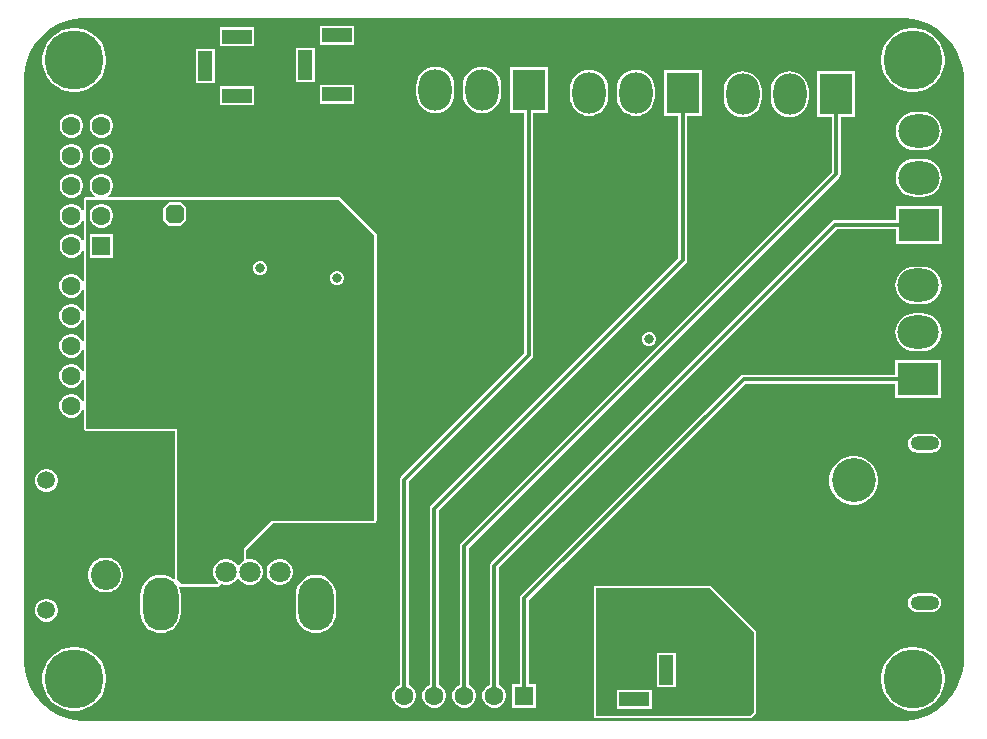
<source format=gbr>
%TF.GenerationSoftware,Altium Limited,Altium Designer,22.5.1 (42)*%
G04 Layer_Physical_Order=2*
G04 Layer_Color=36540*
%FSLAX44Y44*%
%MOMM*%
%TF.SameCoordinates,7B58D917-D16F-4CFB-9619-50DAC3371BF8*%
%TF.FilePolarity,Positive*%
%TF.FileFunction,Copper,L2,Inr,Signal*%
%TF.Part,Single*%
G01*
G75*
%TA.AperFunction,ComponentPad*%
%ADD33C,3.7160*%
%ADD34R,3.7160X3.7160*%
%ADD35O,2.4000X1.2000*%
%ADD36R,2.5000X1.2000*%
%ADD37R,1.2000X2.5000*%
%ADD38C,1.6000*%
%ADD39R,1.6000X1.6000*%
%ADD40C,1.5080*%
%ADD41C,2.5500*%
%ADD43C,5.0000*%
G04:AMPARAMS|DCode=44|XSize=1.6mm|YSize=1.6mm|CornerRadius=0mm|HoleSize=0mm|Usage=FLASHONLY|Rotation=90.000|XOffset=0mm|YOffset=0mm|HoleType=Round|Shape=Octagon|*
%AMOCTAGOND44*
4,1,8,0.4000,0.8000,-0.4000,0.8000,-0.8000,0.4000,-0.8000,-0.4000,-0.4000,-0.8000,0.4000,-0.8000,0.8000,-0.4000,0.8000,0.4000,0.4000,0.8000,0.0*
%
%ADD44OCTAGOND44*%

%ADD45O,2.8000X3.5000*%
%ADD46R,2.8000X3.5000*%
%ADD47O,3.5000X2.8000*%
%ADD48R,3.5000X2.8000*%
%ADD49C,1.8000*%
%ADD50R,1.8000X1.8000*%
%ADD51O,3.0000X4.5000*%
%ADD52R,1.6000X1.6000*%
%TA.AperFunction,ViaPad*%
%ADD53C,0.6000*%
%ADD54C,0.8000*%
%TA.AperFunction,Conductor*%
%ADD55C,0.3500*%
G36*
X355354Y297055D02*
X362060Y295258D01*
X368474Y292601D01*
X374487Y289130D01*
X379994Y284904D01*
X384904Y279994D01*
X389130Y274487D01*
X392601Y268474D01*
X395258Y262060D01*
X397055Y255354D01*
X397961Y248471D01*
Y245000D01*
X397961Y-245000D01*
X397961Y-248471D01*
X397055Y-255354D01*
X395258Y-262060D01*
X392601Y-268474D01*
X389130Y-274487D01*
X384904Y-279994D01*
X379994Y-284904D01*
X374487Y-289130D01*
X368474Y-292601D01*
X362060Y-295258D01*
X355354Y-297055D01*
X348471Y-297961D01*
X-348471D01*
X-355354Y-297055D01*
X-362060Y-295258D01*
X-368474Y-292601D01*
X-374487Y-289130D01*
X-379994Y-284904D01*
X-384904Y-279994D01*
X-389130Y-274487D01*
X-392601Y-268474D01*
X-395258Y-262060D01*
X-397055Y-255354D01*
X-397961Y-248471D01*
X-397961Y-245000D01*
Y245000D01*
X-397961Y248471D01*
X-397055Y255354D01*
X-395258Y262060D01*
X-392601Y268474D01*
X-389130Y274487D01*
X-384904Y279994D01*
X-379994Y284904D01*
X-374487Y289130D01*
X-368474Y292601D01*
X-362060Y295258D01*
X-355354Y297055D01*
X-348471Y297961D01*
X348471D01*
X355354Y297055D01*
D02*
G37*
%LPC*%
G36*
X-118000Y291000D02*
X-147000D01*
Y275000D01*
X-118000D01*
Y291000D01*
D02*
G37*
G36*
X-202500Y289750D02*
X-231500D01*
Y273750D01*
X-202500D01*
Y289750D01*
D02*
G37*
G36*
X-151500Y272500D02*
X-167500D01*
Y243500D01*
X-151500D01*
Y272500D01*
D02*
G37*
G36*
X-236000Y271250D02*
X-252000D01*
Y242250D01*
X-236000D01*
Y271250D01*
D02*
G37*
G36*
X357125Y289000D02*
X352875D01*
X348677Y288335D01*
X344636Y287022D01*
X340849Y285093D01*
X337411Y282595D01*
X334406Y279589D01*
X331908Y276151D01*
X329978Y272364D01*
X328665Y268323D01*
X328000Y264125D01*
Y259875D01*
X328665Y255678D01*
X329978Y251636D01*
X331908Y247849D01*
X334406Y244411D01*
X337411Y241406D01*
X340849Y238908D01*
X344636Y236978D01*
X348677Y235665D01*
X352875Y235000D01*
X357125D01*
X361323Y235665D01*
X365364Y236978D01*
X369151Y238908D01*
X372589Y241406D01*
X375594Y244411D01*
X378092Y247849D01*
X380022Y251636D01*
X381335Y255678D01*
X382000Y259875D01*
Y264125D01*
X381335Y268323D01*
X380022Y272364D01*
X378092Y276151D01*
X375594Y279589D01*
X372589Y282595D01*
X369151Y285093D01*
X365364Y287022D01*
X361323Y288335D01*
X357125Y289000D01*
D02*
G37*
G36*
X-352875D02*
X-357125D01*
X-361323Y288335D01*
X-365364Y287022D01*
X-369151Y285093D01*
X-372589Y282595D01*
X-375594Y279589D01*
X-378092Y276151D01*
X-380022Y272364D01*
X-381335Y268323D01*
X-382000Y264125D01*
Y259875D01*
X-381335Y255678D01*
X-380022Y251636D01*
X-378092Y247849D01*
X-375594Y244411D01*
X-372589Y241406D01*
X-369151Y238908D01*
X-365364Y236978D01*
X-361323Y235665D01*
X-357125Y235000D01*
X-352875D01*
X-348677Y235665D01*
X-344636Y236978D01*
X-340849Y238908D01*
X-337411Y241406D01*
X-334406Y244411D01*
X-331908Y247849D01*
X-329978Y251636D01*
X-328665Y255678D01*
X-328000Y259875D01*
Y264125D01*
X-328665Y268323D01*
X-329978Y272364D01*
X-331908Y276151D01*
X-334406Y279589D01*
X-337411Y282595D01*
X-340849Y285093D01*
X-344636Y287022D01*
X-348677Y288335D01*
X-352875Y289000D01*
D02*
G37*
G36*
X-118000Y241000D02*
X-147000D01*
Y225000D01*
X-118000D01*
Y241000D01*
D02*
G37*
G36*
X-202500Y239750D02*
X-231500D01*
Y223750D01*
X-202500D01*
Y239750D01*
D02*
G37*
G36*
X-9750Y256327D02*
X-12887Y256019D01*
X-15903Y255104D01*
X-18682Y253618D01*
X-21118Y251618D01*
X-23118Y249182D01*
X-24604Y246403D01*
X-25519Y243386D01*
X-25827Y240250D01*
Y233250D01*
X-25519Y230114D01*
X-24604Y227097D01*
X-23118Y224318D01*
X-21118Y221882D01*
X-18682Y219882D01*
X-15903Y218396D01*
X-12887Y217481D01*
X-9750Y217173D01*
X-6613Y217481D01*
X-3597Y218396D01*
X-818Y219882D01*
X1619Y221882D01*
X3618Y224318D01*
X5104Y227097D01*
X6018Y230114D01*
X6327Y233250D01*
Y240250D01*
X6018Y243386D01*
X5104Y246403D01*
X3618Y249182D01*
X1619Y251618D01*
X-818Y253618D01*
X-3597Y255104D01*
X-6613Y256019D01*
X-9750Y256327D01*
D02*
G37*
G36*
X-49350D02*
X-52487Y256019D01*
X-55503Y255104D01*
X-58282Y253618D01*
X-60718Y251618D01*
X-62718Y249182D01*
X-64204Y246403D01*
X-65118Y243386D01*
X-65427Y240250D01*
Y233250D01*
X-65118Y230114D01*
X-64204Y227097D01*
X-62718Y224318D01*
X-60718Y221882D01*
X-58282Y219882D01*
X-55503Y218396D01*
X-52487Y217481D01*
X-49350Y217173D01*
X-46213Y217481D01*
X-43197Y218396D01*
X-40418Y219882D01*
X-37982Y221882D01*
X-35982Y224318D01*
X-34496Y227097D01*
X-33582Y230114D01*
X-33273Y233250D01*
Y240250D01*
X-33582Y243386D01*
X-34496Y246403D01*
X-35982Y249182D01*
X-37982Y251618D01*
X-40418Y253618D01*
X-43197Y255104D01*
X-46213Y256019D01*
X-49350Y256327D01*
D02*
G37*
G36*
X120500Y253827D02*
X117363Y253519D01*
X114347Y252604D01*
X111568Y251118D01*
X109131Y249118D01*
X107132Y246682D01*
X105646Y243903D01*
X104732Y240886D01*
X104423Y237750D01*
Y230750D01*
X104732Y227614D01*
X105646Y224597D01*
X107132Y221818D01*
X109131Y219382D01*
X111568Y217382D01*
X114347Y215896D01*
X117363Y214981D01*
X120500Y214673D01*
X123637Y214981D01*
X126653Y215896D01*
X129432Y217382D01*
X131868Y219382D01*
X133868Y221818D01*
X135354Y224597D01*
X136269Y227614D01*
X136577Y230750D01*
Y237750D01*
X136269Y240886D01*
X135354Y243903D01*
X133868Y246682D01*
X131868Y249118D01*
X129432Y251118D01*
X126653Y252604D01*
X123637Y253519D01*
X120500Y253827D01*
D02*
G37*
G36*
X80900D02*
X77763Y253519D01*
X74747Y252604D01*
X71968Y251118D01*
X69531Y249118D01*
X67532Y246682D01*
X66046Y243903D01*
X65132Y240886D01*
X64823Y237750D01*
Y230750D01*
X65132Y227614D01*
X66046Y224597D01*
X67532Y221818D01*
X69531Y219382D01*
X71968Y217382D01*
X74747Y215896D01*
X77763Y214981D01*
X80900Y214673D01*
X84037Y214981D01*
X87052Y215896D01*
X89832Y217382D01*
X92268Y219382D01*
X94268Y221818D01*
X95754Y224597D01*
X96669Y227614D01*
X96977Y230750D01*
Y237750D01*
X96669Y240886D01*
X95754Y243903D01*
X94268Y246682D01*
X92268Y249118D01*
X89832Y251118D01*
X87052Y252604D01*
X84037Y253519D01*
X80900Y253827D01*
D02*
G37*
G36*
X250600Y252577D02*
X247463Y252269D01*
X244447Y251354D01*
X241668Y249868D01*
X239232Y247868D01*
X237232Y245432D01*
X235746Y242652D01*
X234832Y239636D01*
X234523Y236500D01*
Y229500D01*
X234832Y226364D01*
X235746Y223347D01*
X237232Y220568D01*
X239232Y218132D01*
X241668Y216132D01*
X244447Y214646D01*
X247463Y213731D01*
X250600Y213423D01*
X253737Y213731D01*
X256753Y214646D01*
X259532Y216132D01*
X261968Y218132D01*
X263968Y220568D01*
X265454Y223347D01*
X266369Y226364D01*
X266677Y229500D01*
Y236500D01*
X266369Y239636D01*
X265454Y242652D01*
X263968Y245432D01*
X261968Y247868D01*
X259532Y249868D01*
X256753Y251354D01*
X253737Y252269D01*
X250600Y252577D01*
D02*
G37*
G36*
X211000D02*
X207864Y252269D01*
X204847Y251354D01*
X202068Y249868D01*
X199632Y247868D01*
X197632Y245432D01*
X196146Y242652D01*
X195231Y239636D01*
X194923Y236500D01*
Y229500D01*
X195231Y226364D01*
X196146Y223347D01*
X197632Y220568D01*
X199632Y218132D01*
X202068Y216132D01*
X204847Y214646D01*
X207864Y213731D01*
X211000Y213423D01*
X214137Y213731D01*
X217153Y214646D01*
X219932Y216132D01*
X222369Y218132D01*
X224368Y220568D01*
X225854Y223347D01*
X226768Y226364D01*
X227077Y229500D01*
Y236500D01*
X226768Y239636D01*
X225854Y242652D01*
X224368Y245432D01*
X222369Y247868D01*
X219932Y249868D01*
X217153Y251354D01*
X214137Y252269D01*
X211000Y252577D01*
D02*
G37*
G36*
X-330684Y216400D02*
X-333316D01*
X-335860Y215718D01*
X-338140Y214402D01*
X-340002Y212540D01*
X-341319Y210260D01*
X-342000Y207717D01*
Y205084D01*
X-341319Y202540D01*
X-340002Y200260D01*
X-338140Y198398D01*
X-335860Y197082D01*
X-333316Y196400D01*
X-330684D01*
X-328140Y197082D01*
X-325860Y198398D01*
X-323998Y200260D01*
X-322682Y202540D01*
X-322000Y205084D01*
Y207717D01*
X-322682Y210260D01*
X-323998Y212540D01*
X-325860Y214402D01*
X-328140Y215718D01*
X-330684Y216400D01*
D02*
G37*
G36*
X-356083D02*
X-358717D01*
X-361260Y215718D01*
X-363540Y214402D01*
X-365402Y212540D01*
X-366718Y210260D01*
X-367400Y207717D01*
Y205084D01*
X-366718Y202540D01*
X-365402Y200260D01*
X-363540Y198398D01*
X-361260Y197082D01*
X-358717Y196400D01*
X-356083D01*
X-353540Y197082D01*
X-351260Y198398D01*
X-349398Y200260D01*
X-348082Y202540D01*
X-347400Y205084D01*
Y207717D01*
X-348082Y210260D01*
X-349398Y212540D01*
X-351260Y214402D01*
X-353540Y215718D01*
X-356083Y216400D01*
D02*
G37*
G36*
X363500Y217927D02*
X356500D01*
X353363Y217619D01*
X350347Y216704D01*
X347568Y215218D01*
X345131Y213218D01*
X343132Y210782D01*
X341646Y208003D01*
X340732Y204987D01*
X340423Y201850D01*
X340732Y198713D01*
X341646Y195697D01*
X343132Y192918D01*
X345131Y190482D01*
X347568Y188482D01*
X350347Y186996D01*
X353363Y186082D01*
X356500Y185773D01*
X363500D01*
X366637Y186082D01*
X369652Y186996D01*
X372432Y188482D01*
X374868Y190482D01*
X376868Y192918D01*
X378354Y195697D01*
X379268Y198713D01*
X379577Y201850D01*
X379268Y204987D01*
X378354Y208003D01*
X376868Y210782D01*
X374868Y213218D01*
X372432Y215218D01*
X369652Y216704D01*
X366637Y217619D01*
X363500Y217927D01*
D02*
G37*
G36*
X-330684Y191000D02*
X-333316D01*
X-335860Y190319D01*
X-338140Y189002D01*
X-340002Y187140D01*
X-341319Y184860D01*
X-342000Y182316D01*
Y179683D01*
X-341319Y177140D01*
X-340002Y174860D01*
X-338140Y172998D01*
X-335860Y171681D01*
X-333316Y171000D01*
X-330684D01*
X-328140Y171681D01*
X-325860Y172998D01*
X-323998Y174860D01*
X-322682Y177140D01*
X-322000Y179683D01*
Y182316D01*
X-322682Y184860D01*
X-323998Y187140D01*
X-325860Y189002D01*
X-328140Y190319D01*
X-330684Y191000D01*
D02*
G37*
G36*
X-356083D02*
X-358717D01*
X-361260Y190319D01*
X-363540Y189002D01*
X-365402Y187140D01*
X-366718Y184860D01*
X-367400Y182316D01*
Y179683D01*
X-366718Y177140D01*
X-365402Y174860D01*
X-363540Y172998D01*
X-361260Y171681D01*
X-358717Y171000D01*
X-356083D01*
X-353540Y171681D01*
X-351260Y172998D01*
X-349398Y174860D01*
X-348082Y177140D01*
X-347400Y179683D01*
Y182316D01*
X-348082Y184860D01*
X-349398Y187140D01*
X-351260Y189002D01*
X-353540Y190319D01*
X-356083Y191000D01*
D02*
G37*
G36*
X363500Y178327D02*
X356500D01*
X353363Y178018D01*
X350347Y177104D01*
X347568Y175618D01*
X345131Y173618D01*
X343132Y171182D01*
X341646Y168403D01*
X340732Y165387D01*
X340423Y162250D01*
X340732Y159113D01*
X341646Y156097D01*
X343132Y153318D01*
X345131Y150882D01*
X347568Y148882D01*
X350347Y147396D01*
X353363Y146482D01*
X356500Y146173D01*
X363500D01*
X366637Y146482D01*
X369652Y147396D01*
X372432Y148882D01*
X374868Y150882D01*
X376868Y153318D01*
X378354Y156097D01*
X379268Y159113D01*
X379577Y162250D01*
X379268Y165387D01*
X378354Y168403D01*
X376868Y171182D01*
X374868Y173618D01*
X372432Y175618D01*
X369652Y177104D01*
X366637Y178018D01*
X363500Y178327D01*
D02*
G37*
G36*
X-356083Y165600D02*
X-358717D01*
X-361260Y164918D01*
X-363540Y163602D01*
X-365402Y161740D01*
X-366718Y159460D01*
X-367400Y156917D01*
Y154284D01*
X-366718Y151740D01*
X-365402Y149460D01*
X-363540Y147598D01*
X-361260Y146281D01*
X-358717Y145600D01*
X-356083D01*
X-353540Y146281D01*
X-351260Y147598D01*
X-349398Y149460D01*
X-348082Y151740D01*
X-347400Y154284D01*
Y156917D01*
X-348082Y159460D01*
X-349398Y161740D01*
X-351260Y163602D01*
X-353540Y164918D01*
X-356083Y165600D01*
D02*
G37*
G36*
X-330684D02*
X-333316D01*
X-335860Y164918D01*
X-338140Y163602D01*
X-340002Y161740D01*
X-341319Y159460D01*
X-342000Y156917D01*
Y154284D01*
X-341319Y151740D01*
X-340002Y149460D01*
X-338140Y147598D01*
X-337207Y147059D01*
X-337547Y145789D01*
X-344898D01*
X-345231Y145723D01*
X-345371Y145722D01*
X-345491Y145671D01*
X-345678Y145634D01*
X-345678Y145634D01*
X-345678Y145634D01*
X-345739Y145609D01*
X-345912Y145493D01*
X-345957Y145474D01*
X-346099Y145415D01*
X-346101Y145413D01*
X-346104Y145412D01*
X-346111Y145407D01*
X-346247Y145269D01*
X-346400Y145167D01*
X-346507Y145007D01*
X-346661Y144853D01*
X-346665Y144846D01*
X-346670Y144840D01*
X-346749Y144645D01*
X-346842Y144505D01*
X-346875Y144344D01*
X-346884Y144330D01*
X-346889Y144303D01*
X-346966Y144118D01*
X-347000Y143947D01*
Y143746D01*
X-347039Y143549D01*
Y134795D01*
X-348309Y134454D01*
X-349398Y136340D01*
X-351260Y138202D01*
X-353540Y139518D01*
X-356083Y140200D01*
X-358717D01*
X-361260Y139518D01*
X-363540Y138202D01*
X-365402Y136340D01*
X-366718Y134060D01*
X-367400Y131517D01*
Y128883D01*
X-366718Y126340D01*
X-365402Y124060D01*
X-363540Y122198D01*
X-361260Y120882D01*
X-358717Y120200D01*
X-356083D01*
X-353540Y120882D01*
X-351260Y122198D01*
X-349398Y124060D01*
X-348309Y125946D01*
X-347039Y125605D01*
Y109395D01*
X-348309Y109054D01*
X-349398Y110940D01*
X-351260Y112802D01*
X-353540Y114118D01*
X-356083Y114800D01*
X-358717D01*
X-361260Y114118D01*
X-363540Y112802D01*
X-365402Y110940D01*
X-366718Y108660D01*
X-367400Y106117D01*
Y103483D01*
X-366718Y100940D01*
X-365402Y98660D01*
X-363540Y96798D01*
X-361260Y95482D01*
X-358717Y94800D01*
X-356083D01*
X-353540Y95482D01*
X-351260Y96798D01*
X-349398Y98660D01*
X-348309Y100546D01*
X-347039Y100205D01*
Y74557D01*
X-348309Y74390D01*
X-348382Y74660D01*
X-349698Y76940D01*
X-351560Y78802D01*
X-353840Y80119D01*
X-356384Y80800D01*
X-359016D01*
X-361560Y80119D01*
X-363840Y78802D01*
X-365702Y76940D01*
X-367019Y74660D01*
X-367700Y72117D01*
Y69483D01*
X-367019Y66940D01*
X-365702Y64660D01*
X-363840Y62798D01*
X-361560Y61481D01*
X-359016Y60800D01*
X-356384D01*
X-353840Y61481D01*
X-351560Y62798D01*
X-349698Y64660D01*
X-348382Y66940D01*
X-348309Y67210D01*
X-347039Y67043D01*
Y49157D01*
X-348309Y48990D01*
X-348382Y49260D01*
X-349698Y51540D01*
X-351560Y53402D01*
X-353840Y54718D01*
X-356384Y55400D01*
X-359016D01*
X-361560Y54718D01*
X-363840Y53402D01*
X-365702Y51540D01*
X-367019Y49260D01*
X-367700Y46717D01*
Y44083D01*
X-367019Y41540D01*
X-365702Y39260D01*
X-363840Y37398D01*
X-361560Y36082D01*
X-359016Y35400D01*
X-356384D01*
X-353840Y36082D01*
X-351560Y37398D01*
X-349698Y39260D01*
X-348382Y41540D01*
X-348309Y41810D01*
X-347039Y41643D01*
Y23757D01*
X-348309Y23590D01*
X-348382Y23860D01*
X-349698Y26140D01*
X-351560Y28002D01*
X-353840Y29318D01*
X-356384Y30000D01*
X-359016D01*
X-361560Y29318D01*
X-363840Y28002D01*
X-365702Y26140D01*
X-367019Y23860D01*
X-367700Y21317D01*
Y18684D01*
X-367019Y16140D01*
X-365702Y13860D01*
X-363840Y11998D01*
X-361560Y10682D01*
X-359016Y10000D01*
X-356384D01*
X-353840Y10682D01*
X-351560Y11998D01*
X-349698Y13860D01*
X-348382Y16140D01*
X-348309Y16410D01*
X-347039Y16243D01*
Y-1643D01*
X-348309Y-1810D01*
X-348382Y-1540D01*
X-349698Y740D01*
X-351560Y2602D01*
X-353840Y3918D01*
X-356384Y4600D01*
X-359016D01*
X-361560Y3918D01*
X-363840Y2602D01*
X-365702Y740D01*
X-367019Y-1540D01*
X-367700Y-4083D01*
Y-6716D01*
X-367019Y-9260D01*
X-365702Y-11540D01*
X-363840Y-13402D01*
X-361560Y-14719D01*
X-359016Y-15400D01*
X-356384D01*
X-353840Y-14719D01*
X-351560Y-13402D01*
X-349698Y-11540D01*
X-348382Y-9260D01*
X-348309Y-8990D01*
X-347039Y-9157D01*
Y-27043D01*
X-348309Y-27210D01*
X-348382Y-26940D01*
X-349698Y-24660D01*
X-351560Y-22798D01*
X-353840Y-21481D01*
X-356384Y-20800D01*
X-359016D01*
X-361560Y-21481D01*
X-363840Y-22798D01*
X-365702Y-24660D01*
X-367019Y-26940D01*
X-367700Y-29483D01*
Y-32116D01*
X-367019Y-34660D01*
X-365702Y-36940D01*
X-363840Y-38802D01*
X-361560Y-40118D01*
X-359016Y-40800D01*
X-356384D01*
X-353840Y-40118D01*
X-351560Y-38802D01*
X-349698Y-36940D01*
X-348382Y-34660D01*
X-348309Y-34390D01*
X-347039Y-34557D01*
X-347039Y-49799D01*
X-347000Y-49996D01*
X-347000Y-50196D01*
X-346923Y-50382D01*
X-346884Y-50580D01*
X-346867Y-50605D01*
X-346867Y-50605D01*
X-346821Y-50717D01*
X-346726Y-50859D01*
X-346696Y-50932D01*
X-346679Y-50957D01*
X-346623Y-51012D01*
X-346379Y-51379D01*
X-346013Y-51623D01*
X-345957Y-51679D01*
X-345932Y-51695D01*
X-345902Y-51708D01*
X-345879Y-51730D01*
X-345819Y-51753D01*
X-345717Y-51821D01*
X-345605Y-51867D01*
X-345605Y-51867D01*
X-345579Y-51884D01*
X-345383Y-51923D01*
X-345197Y-52000D01*
X-345165D01*
X-345135Y-52011D01*
X-345134Y-52011D01*
X-344965Y-52006D01*
X-344799Y-52039D01*
X-270039D01*
Y-82000D01*
Y-177099D01*
X-271309Y-177700D01*
X-272410Y-176797D01*
X-275363Y-175218D01*
X-278567Y-174246D01*
X-281900Y-173918D01*
X-285233Y-174246D01*
X-288437Y-175218D01*
X-291390Y-176797D01*
X-293979Y-178921D01*
X-296103Y-181510D01*
X-297682Y-184463D01*
X-298654Y-187667D01*
X-298982Y-191000D01*
Y-206000D01*
X-298654Y-209333D01*
X-297682Y-212537D01*
X-296103Y-215490D01*
X-293979Y-218079D01*
X-291390Y-220203D01*
X-288437Y-221782D01*
X-285233Y-222754D01*
X-281900Y-223082D01*
X-278567Y-222754D01*
X-275363Y-221782D01*
X-272410Y-220203D01*
X-269821Y-218079D01*
X-267697Y-215490D01*
X-266118Y-212537D01*
X-265146Y-209333D01*
X-264818Y-206000D01*
Y-191000D01*
X-265146Y-187667D01*
X-266104Y-184511D01*
X-266032Y-184388D01*
X-265408Y-183843D01*
X-265096Y-183682D01*
X-264997Y-183722D01*
X-264830Y-183834D01*
X-264633Y-183873D01*
X-264448Y-183950D01*
X-264197Y-184000D01*
X-263996D01*
X-263799Y-184039D01*
X-233757D01*
X-233622Y-184012D01*
X-233615Y-184014D01*
X-233587Y-184008D01*
X-233547Y-184013D01*
X-233488Y-184010D01*
X-233377Y-183980D01*
X-233235Y-183971D01*
X-233152Y-183949D01*
X-233056Y-183902D01*
X-232835Y-183858D01*
X-232781Y-183822D01*
X-232719Y-183806D01*
X-232539Y-183669D01*
X-232440Y-183628D01*
X-232369Y-183581D01*
X-232269Y-183480D01*
X-232173Y-183416D01*
X-232132Y-183375D01*
X-232109Y-183341D01*
X-232086Y-183323D01*
X-232083Y-183318D01*
X-231973Y-183234D01*
X-231662Y-182881D01*
X-231578Y-182737D01*
X-231463Y-182616D01*
X-231407Y-182525D01*
X-231389Y-182493D01*
X-231381Y-182484D01*
X-230878Y-182036D01*
X-230295Y-181796D01*
X-230027Y-181800D01*
X-229844Y-181812D01*
X-227648Y-182400D01*
X-224752D01*
X-221954Y-181650D01*
X-219446Y-180202D01*
X-217398Y-178154D01*
X-216835Y-177179D01*
X-215565D01*
X-215002Y-178154D01*
X-212954Y-180202D01*
X-210446Y-181650D01*
X-207648Y-182400D01*
X-204752D01*
X-201954Y-181650D01*
X-199446Y-180202D01*
X-197398Y-178154D01*
X-195950Y-175646D01*
X-195200Y-172848D01*
Y-169952D01*
X-195950Y-167154D01*
X-197398Y-164646D01*
X-199446Y-162598D01*
X-201954Y-161150D01*
X-204752Y-160400D01*
X-207648D01*
X-208453Y-160616D01*
X-209461Y-159843D01*
Y-152595D01*
X-209461Y-152595D01*
X-194424Y-137558D01*
X-186905Y-130039D01*
X-186905Y-130039D01*
X-101201D01*
X-101168Y-130033D01*
X-101168Y-130033D01*
X-101004Y-130000D01*
X-100803Y-130000D01*
X-100770Y-129993D01*
X-100740Y-129981D01*
X-100636Y-129960D01*
X-100636Y-129960D01*
X-100635D01*
X-100480Y-129896D01*
X-100420Y-129884D01*
X-100420Y-129884D01*
X-100387Y-129877D01*
X-100357Y-129865D01*
X-100278Y-129812D01*
X-99901Y-129656D01*
X-99901Y-129656D01*
X-99900Y-129656D01*
X-99645Y-129400D01*
X-99338Y-129093D01*
X-99338Y-129093D01*
X-99338Y-129093D01*
X-99213Y-128793D01*
X-99133Y-128598D01*
X-99116Y-128573D01*
X-99110Y-128544D01*
X-99033Y-128358D01*
Y-128358D01*
X-99033Y-128358D01*
X-99000Y-128190D01*
X-99000Y-127990D01*
X-98961Y-127793D01*
Y-73000D01*
X-98961Y113598D01*
X-98961Y113599D01*
Y113799D01*
X-99000Y113996D01*
X-99000Y114198D01*
X-99077Y114383D01*
X-99116Y114580D01*
X-99123Y114589D01*
X-99256Y114911D01*
X-99256Y114911D01*
X-99258Y114922D01*
X-99369Y115088D01*
X-99445Y115273D01*
X-99445Y115273D01*
X-99446Y115274D01*
X-99447Y115275D01*
X-99588Y115417D01*
X-99700Y115584D01*
X-118374Y134258D01*
X-129308Y145192D01*
X-129970Y145634D01*
X-130750Y145789D01*
X-326453D01*
X-326793Y147059D01*
X-325860Y147598D01*
X-323998Y149460D01*
X-322682Y151740D01*
X-322000Y154284D01*
Y156917D01*
X-322682Y159460D01*
X-323998Y161740D01*
X-325860Y163602D01*
X-328140Y164918D01*
X-330684Y165600D01*
D02*
G37*
G36*
X379500Y138650D02*
X340500D01*
Y126474D01*
X289400D01*
X287937Y126182D01*
X286696Y125354D01*
X-2154Y-163496D01*
X-2982Y-164737D01*
X-3273Y-166200D01*
Y-266922D01*
X-3310Y-266931D01*
X-5590Y-268248D01*
X-7452Y-270110D01*
X-8769Y-272390D01*
X-9450Y-274933D01*
Y-277567D01*
X-8769Y-280110D01*
X-7452Y-282390D01*
X-5590Y-284252D01*
X-3310Y-285569D01*
X-767Y-286250D01*
X1866D01*
X4410Y-285569D01*
X6690Y-284252D01*
X8552Y-282390D01*
X9869Y-280110D01*
X10550Y-277567D01*
Y-274933D01*
X9869Y-272390D01*
X8552Y-270110D01*
X6690Y-268248D01*
X4410Y-266931D01*
X4373Y-266922D01*
Y-167784D01*
X290984Y118827D01*
X340500D01*
Y106650D01*
X379500D01*
Y138650D01*
D02*
G37*
G36*
X363250Y87177D02*
X356250D01*
X353114Y86868D01*
X350097Y85954D01*
X347318Y84468D01*
X344882Y82469D01*
X342882Y80032D01*
X341396Y77253D01*
X340481Y74237D01*
X340173Y71100D01*
X340481Y67964D01*
X341396Y64947D01*
X342882Y62168D01*
X344882Y59732D01*
X347318Y57732D01*
X350097Y56246D01*
X353114Y55332D01*
X356250Y55023D01*
X363250D01*
X366386Y55332D01*
X369403Y56246D01*
X372182Y57732D01*
X374618Y59732D01*
X376618Y62168D01*
X378104Y64947D01*
X379019Y67964D01*
X379327Y71100D01*
X379019Y74237D01*
X378104Y77253D01*
X376618Y80032D01*
X374618Y82469D01*
X372182Y84468D01*
X369403Y85954D01*
X366386Y86868D01*
X363250Y87177D01*
D02*
G37*
G36*
X132943Y31750D02*
X130556D01*
X128351Y30837D01*
X126663Y29149D01*
X125750Y26944D01*
Y24557D01*
X126663Y22351D01*
X128351Y20663D01*
X130556Y19750D01*
X132943D01*
X135149Y20663D01*
X136837Y22351D01*
X137750Y24557D01*
Y26944D01*
X136837Y29149D01*
X135149Y30837D01*
X132943Y31750D01*
D02*
G37*
G36*
X363250Y47577D02*
X356250D01*
X353114Y47269D01*
X350097Y46354D01*
X347318Y44868D01*
X344882Y42868D01*
X342882Y40432D01*
X341396Y37653D01*
X340481Y34636D01*
X340173Y31500D01*
X340481Y28363D01*
X341396Y25347D01*
X342882Y22568D01*
X344882Y20131D01*
X347318Y18132D01*
X350097Y16646D01*
X353114Y15732D01*
X356250Y15423D01*
X363250D01*
X366386Y15732D01*
X369403Y16646D01*
X372182Y18132D01*
X374618Y20131D01*
X376618Y22568D01*
X378104Y25347D01*
X379019Y28363D01*
X379327Y31500D01*
X379019Y34636D01*
X378104Y37653D01*
X376618Y40432D01*
X374618Y42868D01*
X372182Y44868D01*
X369403Y46354D01*
X366386Y47269D01*
X363250Y47577D01*
D02*
G37*
G36*
X379250Y7900D02*
X340250D01*
Y-4277D01*
X211650D01*
X210187Y-4568D01*
X208946Y-5396D01*
X23246Y-191096D01*
X22418Y-192337D01*
X22127Y-193800D01*
Y-266250D01*
X15950D01*
Y-286250D01*
X35950D01*
Y-266250D01*
X29773D01*
Y-195384D01*
X213234Y-11923D01*
X340250D01*
Y-24100D01*
X379250D01*
Y7900D01*
D02*
G37*
G36*
X371000Y-54431D02*
X359000D01*
X356912Y-54706D01*
X354966Y-55512D01*
X353294Y-56794D01*
X352012Y-58465D01*
X351206Y-60412D01*
X350931Y-62500D01*
X351206Y-64588D01*
X352012Y-66535D01*
X353294Y-68206D01*
X354966Y-69488D01*
X356912Y-70294D01*
X359000Y-70569D01*
X371000D01*
X373088Y-70294D01*
X375034Y-69488D01*
X376706Y-68206D01*
X377988Y-66535D01*
X378794Y-64588D01*
X379069Y-62500D01*
X378794Y-60412D01*
X377988Y-58465D01*
X376706Y-56794D01*
X375034Y-55512D01*
X373088Y-54706D01*
X371000Y-54431D01*
D02*
G37*
G36*
X-377244Y-84460D02*
X-379756D01*
X-382182Y-85110D01*
X-384358Y-86366D01*
X-386134Y-88142D01*
X-387390Y-90318D01*
X-388040Y-92744D01*
Y-95256D01*
X-387390Y-97682D01*
X-386134Y-99858D01*
X-384358Y-101634D01*
X-382182Y-102890D01*
X-379756Y-103540D01*
X-377244D01*
X-374818Y-102890D01*
X-372642Y-101634D01*
X-370866Y-99858D01*
X-369610Y-97682D01*
X-368960Y-95256D01*
Y-92744D01*
X-369610Y-90318D01*
X-370866Y-88142D01*
X-372642Y-86366D01*
X-374818Y-85110D01*
X-377244Y-84460D01*
D02*
G37*
G36*
X307027Y-73420D02*
X302973D01*
X298997Y-74211D01*
X295252Y-75762D01*
X291881Y-78014D01*
X289014Y-80881D01*
X286762Y-84252D01*
X285211Y-87997D01*
X284420Y-91973D01*
Y-96027D01*
X285211Y-100003D01*
X286762Y-103748D01*
X289014Y-107119D01*
X291881Y-109986D01*
X295252Y-112238D01*
X298997Y-113789D01*
X302973Y-114580D01*
X307027D01*
X311003Y-113789D01*
X314748Y-112238D01*
X318119Y-109986D01*
X320985Y-107119D01*
X323238Y-103748D01*
X324789Y-100003D01*
X325580Y-96027D01*
Y-91973D01*
X324789Y-87997D01*
X323238Y-84252D01*
X320985Y-80881D01*
X318119Y-78014D01*
X314748Y-75762D01*
X311003Y-74211D01*
X307027Y-73420D01*
D02*
G37*
G36*
X-179752Y-160400D02*
X-182648D01*
X-185446Y-161150D01*
X-187954Y-162598D01*
X-190002Y-164646D01*
X-191450Y-167154D01*
X-192200Y-169952D01*
Y-172848D01*
X-191450Y-175646D01*
X-190002Y-178154D01*
X-187954Y-180202D01*
X-185446Y-181650D01*
X-182648Y-182400D01*
X-179752D01*
X-176954Y-181650D01*
X-174446Y-180202D01*
X-172398Y-178154D01*
X-170950Y-175646D01*
X-170200Y-172848D01*
Y-169952D01*
X-170950Y-167154D01*
X-172398Y-164646D01*
X-174446Y-162598D01*
X-176954Y-161150D01*
X-179752Y-160400D01*
D02*
G37*
G36*
X-327047Y-159250D02*
X-329953D01*
X-332802Y-159817D01*
X-335487Y-160929D01*
X-337903Y-162543D01*
X-339957Y-164597D01*
X-341571Y-167013D01*
X-342683Y-169698D01*
X-343250Y-172547D01*
Y-175453D01*
X-342683Y-178302D01*
X-341571Y-180987D01*
X-339957Y-183403D01*
X-337903Y-185457D01*
X-335487Y-187071D01*
X-332802Y-188183D01*
X-329953Y-188750D01*
X-327047D01*
X-324198Y-188183D01*
X-321513Y-187071D01*
X-319097Y-185457D01*
X-317043Y-183403D01*
X-315429Y-180987D01*
X-314317Y-178302D01*
X-313750Y-175453D01*
Y-172547D01*
X-314317Y-169698D01*
X-315429Y-167013D01*
X-317043Y-164597D01*
X-319097Y-162543D01*
X-321513Y-160929D01*
X-324198Y-159817D01*
X-327047Y-159250D01*
D02*
G37*
G36*
X371000Y-189431D02*
X359000D01*
X356912Y-189706D01*
X354966Y-190512D01*
X353294Y-191794D01*
X352012Y-193465D01*
X351206Y-195412D01*
X350931Y-197500D01*
X351206Y-199588D01*
X352012Y-201535D01*
X353294Y-203206D01*
X354966Y-204488D01*
X356912Y-205294D01*
X359000Y-205569D01*
X371000D01*
X373088Y-205294D01*
X375034Y-204488D01*
X376706Y-203206D01*
X377988Y-201535D01*
X378794Y-199588D01*
X379069Y-197500D01*
X378794Y-195412D01*
X377988Y-193465D01*
X376706Y-191794D01*
X375034Y-190512D01*
X373088Y-189706D01*
X371000Y-189431D01*
D02*
G37*
G36*
X-377244Y-194460D02*
X-379756D01*
X-382182Y-195110D01*
X-384358Y-196366D01*
X-386134Y-198142D01*
X-387390Y-200318D01*
X-388040Y-202744D01*
Y-205256D01*
X-387390Y-207682D01*
X-386134Y-209858D01*
X-384358Y-211634D01*
X-382182Y-212890D01*
X-379756Y-213540D01*
X-377244D01*
X-374818Y-212890D01*
X-372642Y-211634D01*
X-370866Y-209858D01*
X-369610Y-207682D01*
X-368960Y-205256D01*
Y-202744D01*
X-369610Y-200318D01*
X-370866Y-198142D01*
X-372642Y-196366D01*
X-374818Y-195110D01*
X-377244Y-194460D01*
D02*
G37*
G36*
X-150500Y-173918D02*
X-153833Y-174246D01*
X-157037Y-175218D01*
X-159990Y-176797D01*
X-162579Y-178921D01*
X-164703Y-181510D01*
X-166282Y-184463D01*
X-167254Y-187667D01*
X-167582Y-191000D01*
Y-206000D01*
X-167254Y-209333D01*
X-166282Y-212537D01*
X-164703Y-215490D01*
X-162579Y-218079D01*
X-159990Y-220203D01*
X-157037Y-221782D01*
X-153833Y-222754D01*
X-150500Y-223082D01*
X-147167Y-222754D01*
X-143963Y-221782D01*
X-141010Y-220203D01*
X-138421Y-218079D01*
X-136297Y-215490D01*
X-134718Y-212537D01*
X-133746Y-209333D01*
X-133418Y-206000D01*
Y-191000D01*
X-133746Y-187667D01*
X-134718Y-184463D01*
X-136297Y-181510D01*
X-138421Y-178921D01*
X-141010Y-176797D01*
X-143963Y-175218D01*
X-147167Y-174246D01*
X-150500Y-173918D01*
D02*
G37*
G36*
X45850Y256250D02*
X13850D01*
Y217250D01*
X26026D01*
Y13684D01*
X-78354Y-90696D01*
X-79182Y-91937D01*
X-79473Y-93400D01*
Y-266922D01*
X-79510Y-266931D01*
X-81790Y-268248D01*
X-83652Y-270110D01*
X-84969Y-272390D01*
X-85650Y-274933D01*
Y-277567D01*
X-84969Y-280110D01*
X-83652Y-282390D01*
X-81790Y-284252D01*
X-79510Y-285569D01*
X-76967Y-286250D01*
X-74334D01*
X-71790Y-285569D01*
X-69510Y-284252D01*
X-67648Y-282390D01*
X-66332Y-280110D01*
X-65650Y-277567D01*
Y-274933D01*
X-66332Y-272390D01*
X-67648Y-270110D01*
X-69510Y-268248D01*
X-71790Y-266931D01*
X-71827Y-266922D01*
Y-94984D01*
X32554Y9396D01*
X33382Y10637D01*
X33673Y12100D01*
Y217250D01*
X45850D01*
Y256250D01*
D02*
G37*
G36*
X306200Y252500D02*
X274200D01*
Y213500D01*
X286377D01*
Y166784D01*
X-27554Y-147146D01*
X-28382Y-148387D01*
X-28673Y-149850D01*
Y-266922D01*
X-28710Y-266931D01*
X-30990Y-268248D01*
X-32852Y-270110D01*
X-34169Y-272390D01*
X-34850Y-274933D01*
Y-277567D01*
X-34169Y-280110D01*
X-32852Y-282390D01*
X-30990Y-284252D01*
X-28710Y-285569D01*
X-26167Y-286250D01*
X-23533D01*
X-20990Y-285569D01*
X-18710Y-284252D01*
X-16848Y-282390D01*
X-15532Y-280110D01*
X-14850Y-277567D01*
Y-274933D01*
X-15532Y-272390D01*
X-16848Y-270110D01*
X-18710Y-268248D01*
X-20990Y-266931D01*
X-21027Y-266922D01*
Y-151434D01*
X292904Y162496D01*
X293732Y163737D01*
X294023Y165200D01*
Y213500D01*
X306200D01*
Y252500D01*
D02*
G37*
G36*
X176100Y253750D02*
X144100D01*
Y214750D01*
X156277D01*
Y94184D01*
X-52954Y-115046D01*
X-53782Y-116287D01*
X-54073Y-117750D01*
Y-266922D01*
X-54110Y-266931D01*
X-56390Y-268248D01*
X-58252Y-270110D01*
X-59569Y-272390D01*
X-60250Y-274933D01*
Y-277567D01*
X-59569Y-280110D01*
X-58252Y-282390D01*
X-56390Y-284252D01*
X-54110Y-285569D01*
X-51567Y-286250D01*
X-48934D01*
X-46390Y-285569D01*
X-44110Y-284252D01*
X-42248Y-282390D01*
X-40932Y-280110D01*
X-40250Y-277567D01*
Y-274933D01*
X-40932Y-272390D01*
X-42248Y-270110D01*
X-44110Y-268248D01*
X-46390Y-266931D01*
X-46427Y-266922D01*
Y-119334D01*
X162803Y89896D01*
X163632Y91137D01*
X163923Y92600D01*
Y214750D01*
X176100D01*
Y253750D01*
D02*
G37*
G36*
X357125Y-235000D02*
X352875D01*
X348677Y-235665D01*
X344636Y-236978D01*
X340849Y-238908D01*
X337411Y-241406D01*
X334406Y-244411D01*
X331908Y-247849D01*
X329978Y-251636D01*
X328665Y-255678D01*
X328000Y-259875D01*
Y-264125D01*
X328665Y-268323D01*
X329978Y-272364D01*
X331908Y-276151D01*
X334406Y-279589D01*
X337411Y-282595D01*
X340849Y-285093D01*
X344636Y-287022D01*
X348677Y-288335D01*
X352875Y-289000D01*
X357125D01*
X361323Y-288335D01*
X365364Y-287022D01*
X369151Y-285093D01*
X372589Y-282595D01*
X375594Y-279589D01*
X378092Y-276151D01*
X380022Y-272364D01*
X381335Y-268323D01*
X382000Y-264125D01*
Y-259875D01*
X381335Y-255678D01*
X380022Y-251636D01*
X378092Y-247849D01*
X375594Y-244411D01*
X372589Y-241406D01*
X369151Y-238908D01*
X365364Y-236978D01*
X361323Y-235665D01*
X357125Y-235000D01*
D02*
G37*
G36*
X-352875D02*
X-357125D01*
X-361323Y-235665D01*
X-365364Y-236978D01*
X-369151Y-238908D01*
X-372589Y-241406D01*
X-375594Y-244411D01*
X-378092Y-247849D01*
X-380022Y-251636D01*
X-381335Y-255678D01*
X-382000Y-259875D01*
Y-264125D01*
X-381335Y-268323D01*
X-380022Y-272364D01*
X-378092Y-276151D01*
X-375594Y-279589D01*
X-372589Y-282595D01*
X-369151Y-285093D01*
X-365364Y-287022D01*
X-361323Y-288335D01*
X-357125Y-289000D01*
X-352875D01*
X-348677Y-288335D01*
X-344636Y-287022D01*
X-340849Y-285093D01*
X-337411Y-282595D01*
X-334406Y-279589D01*
X-331908Y-276151D01*
X-329978Y-272364D01*
X-328665Y-268323D01*
X-328000Y-264125D01*
Y-259875D01*
X-328665Y-255678D01*
X-329978Y-251636D01*
X-331908Y-247849D01*
X-334406Y-244411D01*
X-337411Y-241406D01*
X-340849Y-238908D01*
X-344636Y-236978D01*
X-348677Y-235665D01*
X-352875Y-235000D01*
D02*
G37*
G36*
X182985Y-182946D02*
X86750D01*
X85970Y-183101D01*
X85308Y-183543D01*
X84866Y-184205D01*
X84711Y-184985D01*
Y-293250D01*
X84866Y-294030D01*
X85308Y-294692D01*
X85970Y-295134D01*
X86750Y-295289D01*
X217000D01*
X217000Y-295289D01*
X217780Y-295134D01*
X218442Y-294692D01*
X221942Y-291192D01*
X222384Y-290530D01*
X222539Y-289750D01*
Y-222500D01*
X222539Y-222500D01*
X222384Y-221720D01*
X221942Y-221058D01*
X184427Y-183543D01*
X183766Y-183101D01*
X182985Y-182946D01*
D02*
G37*
%LPD*%
G36*
X-119816Y132816D02*
X-101142Y114142D01*
X-101142Y114142D01*
X-101139Y114130D01*
X-101006Y113809D01*
X-101000Y113799D01*
Y113599D01*
X-101000Y113598D01*
X-101000Y-73000D01*
Y-127793D01*
X-101033Y-127960D01*
X-101137Y-127981D01*
X-101168Y-127993D01*
X-101201Y-128000D01*
X-186905D01*
X-186905Y-128000D01*
X-186905Y-128000D01*
X-187750D01*
X-195866Y-136116D01*
X-210903Y-151153D01*
X-210903Y-151153D01*
X-211500Y-151750D01*
Y-161758D01*
X-212954Y-162598D01*
X-215002Y-164646D01*
X-215565Y-165621D01*
X-216835D01*
X-217398Y-164646D01*
X-219446Y-162598D01*
X-221954Y-161150D01*
X-224752Y-160400D01*
X-227648D01*
X-230446Y-161150D01*
X-232954Y-162598D01*
X-235002Y-164646D01*
X-236450Y-167154D01*
X-237200Y-169952D01*
Y-172848D01*
X-236450Y-175646D01*
X-235002Y-178154D01*
X-233338Y-179818D01*
X-233087Y-180366D01*
X-233020Y-180659D01*
X-233134Y-181441D01*
X-233191Y-181532D01*
X-233502Y-181885D01*
X-233574Y-181933D01*
X-233615Y-181974D01*
X-233674Y-181978D01*
X-233757Y-182000D01*
X-263799D01*
X-264050Y-181950D01*
X-268000Y-178000D01*
Y-82000D01*
Y-50000D01*
X-344799D01*
X-344799Y-50000D01*
X-344824Y-49983D01*
X-344937Y-49937D01*
X-344983Y-49824D01*
X-345000Y-49799D01*
X-345000Y-34557D01*
Y143348D01*
Y143549D01*
X-344966Y143720D01*
X-344958Y143725D01*
X-344898Y143750D01*
X-130750D01*
X-119816Y132816D01*
D02*
G37*
%LPC*%
G36*
X-265000Y141700D02*
X-275000D01*
X-280000Y136700D01*
Y126700D01*
X-275000Y121700D01*
X-265000D01*
X-260000Y126700D01*
Y136700D01*
X-265000Y141700D01*
D02*
G37*
G36*
X-330684Y140200D02*
X-333316D01*
X-335860Y139518D01*
X-338140Y138202D01*
X-340002Y136340D01*
X-341319Y134060D01*
X-342000Y131517D01*
Y128883D01*
X-341319Y126340D01*
X-340002Y124060D01*
X-338140Y122198D01*
X-335860Y120882D01*
X-333316Y120200D01*
X-330684D01*
X-328140Y120882D01*
X-325860Y122198D01*
X-323998Y124060D01*
X-322682Y126340D01*
X-322000Y128883D01*
Y131517D01*
X-322682Y134060D01*
X-323998Y136340D01*
X-325860Y138202D01*
X-328140Y139518D01*
X-330684Y140200D01*
D02*
G37*
G36*
X-322000Y114800D02*
X-342000D01*
Y94800D01*
X-322000D01*
Y114800D01*
D02*
G37*
G36*
X-196306Y91750D02*
X-198694D01*
X-200899Y90836D01*
X-202587Y89149D01*
X-203500Y86944D01*
Y84557D01*
X-202587Y82351D01*
X-200899Y80663D01*
X-198694Y79750D01*
X-196306D01*
X-194101Y80663D01*
X-192414Y82351D01*
X-191500Y84557D01*
Y86944D01*
X-192414Y89149D01*
X-194101Y90836D01*
X-196306Y91750D01*
D02*
G37*
G36*
X-131306Y83500D02*
X-133694D01*
X-135899Y82587D01*
X-137586Y80899D01*
X-138500Y78693D01*
Y76307D01*
X-137586Y74101D01*
X-135899Y72413D01*
X-133694Y71500D01*
X-131306D01*
X-129101Y72413D01*
X-127413Y74101D01*
X-126500Y76307D01*
Y78693D01*
X-127413Y80899D01*
X-129101Y82587D01*
X-131306Y83500D01*
D02*
G37*
%LPD*%
G36*
X182970Y-185022D02*
X183127Y-185127D01*
X220358Y-222358D01*
X220463Y-222515D01*
X220500Y-222701D01*
Y-289549D01*
X220463Y-289735D01*
X220358Y-289892D01*
X217142Y-293108D01*
X216985Y-293213D01*
X216799Y-293250D01*
X86951D01*
X86783Y-293217D01*
X86750Y-293049D01*
Y-185186D01*
X86783Y-185019D01*
X86951Y-184985D01*
X182785D01*
X182970Y-185022D01*
D02*
G37*
%LPC*%
G36*
X154250Y-239750D02*
X138250D01*
Y-268750D01*
X154250D01*
Y-239750D01*
D02*
G37*
G36*
X133750Y-271250D02*
X104750D01*
Y-287250D01*
X133750D01*
Y-271250D01*
D02*
G37*
%LPD*%
D33*
X305000Y-94000D02*
D03*
D34*
Y-166000D02*
D03*
D35*
X365000Y-62500D02*
D03*
Y-197500D02*
D03*
D36*
X-132500Y233000D02*
D03*
Y283000D02*
D03*
X119250Y-229250D02*
D03*
Y-279250D02*
D03*
X-217000Y231750D02*
D03*
Y281750D02*
D03*
D37*
X-159500Y258000D02*
D03*
X146250Y-254250D02*
D03*
X-244000Y256750D02*
D03*
D38*
X-75650Y-276250D02*
D03*
X-24850Y-276250D02*
D03*
X550D02*
D03*
X-50250D02*
D03*
X-357700Y70800D02*
D03*
X-332300D02*
D03*
X-357700Y20000D02*
D03*
X-332300D02*
D03*
X-357700Y-30800D02*
D03*
Y-5400D02*
D03*
X-332300D02*
D03*
Y45400D02*
D03*
X-357700D02*
D03*
X-357400Y181000D02*
D03*
X-332000D02*
D03*
Y130200D02*
D03*
X-357400D02*
D03*
Y104800D02*
D03*
X-332000Y155600D02*
D03*
X-357400D02*
D03*
X-332000Y206400D02*
D03*
X-357400D02*
D03*
D39*
X25950Y-276250D02*
D03*
D40*
X-378500Y-204000D02*
D03*
Y-94000D02*
D03*
D41*
X-328500Y-174000D02*
D03*
Y-124000D02*
D03*
D43*
X355000Y-262000D02*
D03*
X-355000Y262000D02*
D03*
Y-262000D02*
D03*
X355000Y262000D02*
D03*
D44*
X-270000Y106300D02*
D03*
Y131700D02*
D03*
D45*
X250600Y233000D02*
D03*
X211000D02*
D03*
X-9750Y236750D02*
D03*
X-49350D02*
D03*
X80900Y234250D02*
D03*
X120500D02*
D03*
D46*
X290200Y233000D02*
D03*
X29850Y236750D02*
D03*
X160100Y234250D02*
D03*
D47*
X360000Y201850D02*
D03*
Y162250D02*
D03*
X359750Y31500D02*
D03*
Y71100D02*
D03*
D48*
X360000Y122650D02*
D03*
X359750Y-8100D02*
D03*
D49*
X-206200Y-171400D02*
D03*
X-181200Y-171400D02*
D03*
X-226200Y-171400D02*
D03*
D50*
X-251200D02*
D03*
D51*
X-281900Y-198500D02*
D03*
X-150500D02*
D03*
D52*
X-332300Y-30800D02*
D03*
X-332000Y104800D02*
D03*
D53*
X212500Y170250D02*
D03*
X221250D02*
D03*
X230000D02*
D03*
X238750D02*
D03*
X273750D02*
D03*
X265000D02*
D03*
X256250D02*
D03*
X247500D02*
D03*
Y180000D02*
D03*
X256250D02*
D03*
X265000D02*
D03*
X273750D02*
D03*
X238750D02*
D03*
X230000D02*
D03*
X221250D02*
D03*
X212500D02*
D03*
D54*
X-197500Y85750D02*
D03*
X-132500Y77500D02*
D03*
X131750Y25750D02*
D03*
D55*
X-75650Y-93400D02*
X29850Y12100D01*
X-75650Y-276250D02*
Y-93400D01*
X29850Y12100D02*
Y236750D01*
X-50250Y-276250D02*
Y-117750D01*
X160100Y92600D02*
Y234250D01*
X-50250Y-117750D02*
X160100Y92600D01*
X-24850Y-276250D02*
Y-149850D01*
X290200Y165200D02*
Y233000D01*
X-24850Y-149850D02*
X290200Y165200D01*
X25950Y-276250D02*
Y-193800D01*
X211650Y-8100D02*
X359750D01*
X25950Y-193800D02*
X211650Y-8100D01*
X550Y-166200D02*
X289400Y122650D01*
X360000D01*
X550Y-276250D02*
Y-166200D01*
%TF.MD5,6ba070f66e4fed6e52014c6e51d60156*%
M02*

</source>
